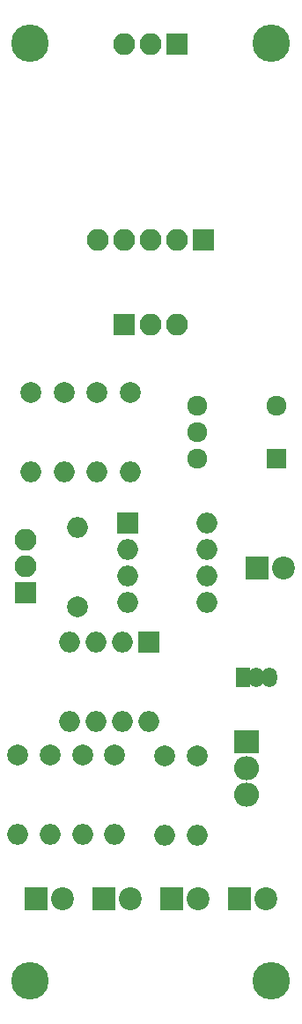
<source format=gts>
G04 #@! TF.GenerationSoftware,KiCad,Pcbnew,(5.0.0)*
G04 #@! TF.CreationDate,2019-09-04T21:05:25+09:00*
G04 #@! TF.ProjectId,ir_send_mod,69725F73656E645F6D6F642E6B696361,rev?*
G04 #@! TF.SameCoordinates,Original*
G04 #@! TF.FileFunction,Soldermask,Top*
G04 #@! TF.FilePolarity,Negative*
%FSLAX46Y46*%
G04 Gerber Fmt 4.6, Leading zero omitted, Abs format (unit mm)*
G04 Created by KiCad (PCBNEW (5.0.0)) date 09/04/19 21:05:25*
%MOMM*%
%LPD*%
G01*
G04 APERTURE LIST*
%ADD10C,3.600000*%
%ADD11C,2.200000*%
%ADD12R,2.200000X2.200000*%
%ADD13O,1.450000X1.900000*%
%ADD14R,1.450000X1.900000*%
%ADD15R,2.400000X2.305000*%
%ADD16O,2.400000X2.305000*%
%ADD17C,2.000000*%
%ADD18O,2.000000X2.000000*%
%ADD19C,1.924000*%
%ADD20R,1.924000X1.924000*%
%ADD21R,2.000000X2.000000*%
%ADD22R,2.100000X2.100000*%
%ADD23O,2.100000X2.100000*%
G04 APERTURE END LIST*
D10*
G04 #@! TO.C,hole4*
X56800000Y-139700000D03*
G04 #@! TD*
G04 #@! TO.C,hole3*
X33600000Y-139700000D03*
G04 #@! TD*
G04 #@! TO.C,hole2*
X56800000Y-49700000D03*
G04 #@! TD*
D11*
G04 #@! TO.C,D1*
X36740000Y-131800000D03*
D12*
X34200000Y-131800000D03*
G04 #@! TD*
G04 #@! TO.C,D2*
X40700000Y-131800000D03*
D11*
X43240000Y-131800000D03*
G04 #@! TD*
G04 #@! TO.C,D3*
X49740000Y-131800000D03*
D12*
X47200000Y-131800000D03*
G04 #@! TD*
G04 #@! TO.C,D4*
X53700000Y-131800000D03*
D11*
X56240000Y-131800000D03*
G04 #@! TD*
D12*
G04 #@! TO.C,D5*
X55450000Y-100050000D03*
D11*
X57990000Y-100050000D03*
G04 #@! TD*
D13*
G04 #@! TO.C,Q1*
X55370000Y-110550000D03*
X56640000Y-110550000D03*
D14*
X54100000Y-110550000D03*
G04 #@! TD*
D15*
G04 #@! TO.C,Q2*
X54400000Y-116750000D03*
D16*
X54400000Y-119290000D03*
X54400000Y-121830000D03*
G04 #@! TD*
D17*
G04 #@! TO.C,R1*
X33650000Y-83250000D03*
D18*
X33650000Y-90870000D03*
G04 #@! TD*
G04 #@! TO.C,R2*
X36850000Y-90870000D03*
D17*
X36850000Y-83250000D03*
G04 #@! TD*
D18*
G04 #@! TO.C,R3*
X40050000Y-90870000D03*
D17*
X40050000Y-83250000D03*
G04 #@! TD*
G04 #@! TO.C,R4*
X38200000Y-103820000D03*
D18*
X38200000Y-96200000D03*
G04 #@! TD*
D17*
G04 #@! TO.C,R5*
X49650000Y-118100000D03*
D18*
X49650000Y-125720000D03*
G04 #@! TD*
G04 #@! TO.C,R6*
X43250000Y-90870000D03*
D17*
X43250000Y-83250000D03*
G04 #@! TD*
G04 #@! TO.C,R7*
X46500000Y-118100000D03*
D18*
X46500000Y-125720000D03*
G04 #@! TD*
G04 #@! TO.C,R8*
X32400000Y-125670000D03*
D17*
X32400000Y-118050000D03*
G04 #@! TD*
G04 #@! TO.C,R10*
X38650000Y-118050000D03*
D18*
X38650000Y-125670000D03*
G04 #@! TD*
D19*
G04 #@! TO.C,SW1*
X57290000Y-84460000D03*
D20*
X57290000Y-89540000D03*
D19*
X49670000Y-84460000D03*
X49670000Y-89540000D03*
X49670000Y-87000000D03*
G04 #@! TD*
D21*
G04 #@! TO.C,U1*
X42950000Y-95750000D03*
D18*
X50570000Y-103370000D03*
X42950000Y-98290000D03*
X50570000Y-100830000D03*
X42950000Y-100830000D03*
X50570000Y-98290000D03*
X42950000Y-103370000D03*
X50570000Y-95750000D03*
G04 #@! TD*
D17*
G04 #@! TO.C,R9*
X35550000Y-118050000D03*
D18*
X35550000Y-125670000D03*
G04 #@! TD*
D17*
G04 #@! TO.C,R11*
X41750000Y-118050000D03*
D18*
X41750000Y-125670000D03*
G04 #@! TD*
D22*
G04 #@! TO.C,SW3*
X33150000Y-102450000D03*
D23*
X33150000Y-99910000D03*
X33150000Y-97370000D03*
G04 #@! TD*
D22*
G04 #@! TO.C,J1*
X50300000Y-68550000D03*
D23*
X47760000Y-68550000D03*
X45220000Y-68550000D03*
X42680000Y-68550000D03*
X40140000Y-68550000D03*
G04 #@! TD*
D22*
G04 #@! TO.C,J2*
X47750000Y-49750000D03*
D23*
X45210000Y-49750000D03*
X42670000Y-49750000D03*
G04 #@! TD*
G04 #@! TO.C,SW2*
X47730000Y-76700000D03*
X45190000Y-76700000D03*
D22*
X42650000Y-76700000D03*
G04 #@! TD*
D21*
G04 #@! TO.C,SW4*
X45000000Y-107150000D03*
D18*
X37380000Y-114770000D03*
X42460000Y-107150000D03*
X39920000Y-114770000D03*
X39920000Y-107150000D03*
X42460000Y-114770000D03*
X37380000Y-107150000D03*
X45000000Y-114770000D03*
G04 #@! TD*
D10*
G04 #@! TO.C,hole1*
X33600000Y-49700000D03*
G04 #@! TD*
M02*

</source>
